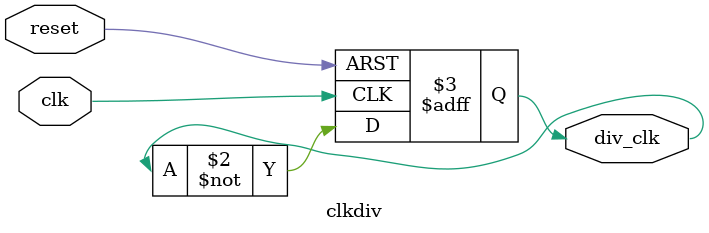
<source format=v>

module clkdiv (clk, reset, div_clk);
input clk, reset;
output div_clk;
reg div_clk;

always @ (posedge clk or posedge reset)
begin
if(reset)
div_clk <= 0;
else
div_clk <= ~div_clk;
end

endmodule


</source>
